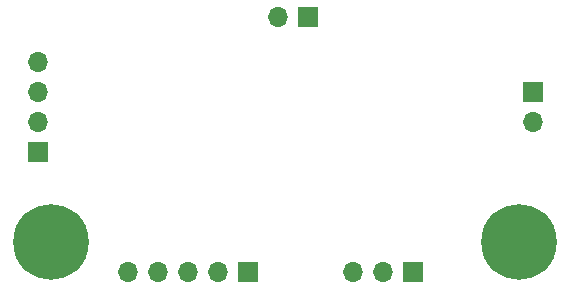
<source format=gbr>
%TF.GenerationSoftware,KiCad,Pcbnew,(5.1.9)-1*%
%TF.CreationDate,2021-03-27T14:28:14-04:00*%
%TF.ProjectId,DS2_Addon,4453325f-4164-4646-9f6e-2e6b69636164,rev?*%
%TF.SameCoordinates,Original*%
%TF.FileFunction,Soldermask,Bot*%
%TF.FilePolarity,Negative*%
%FSLAX46Y46*%
G04 Gerber Fmt 4.6, Leading zero omitted, Abs format (unit mm)*
G04 Created by KiCad (PCBNEW (5.1.9)-1) date 2021-03-27 14:28:14*
%MOMM*%
%LPD*%
G01*
G04 APERTURE LIST*
%ADD10C,6.400000*%
%ADD11R,1.700000X1.700000*%
%ADD12O,1.700000X1.700000*%
G04 APERTURE END LIST*
D10*
%TO.C,REF\u002A\u002A*%
X156313000Y-91440000D03*
%TD*%
%TO.C,REF\u002A\u002A*%
X116713000Y-91440000D03*
%TD*%
D11*
%TO.C,J1*%
X133350000Y-93980000D03*
D12*
X130810000Y-93980000D03*
X128270000Y-93980000D03*
X125730000Y-93980000D03*
X123190000Y-93980000D03*
%TD*%
D11*
%TO.C,J3*%
X147320000Y-93980000D03*
D12*
X144780000Y-93980000D03*
X142240000Y-93980000D03*
%TD*%
D11*
%TO.C,J2*%
X115570000Y-83820000D03*
D12*
X115570000Y-81280000D03*
X115570000Y-78740000D03*
X115570000Y-76200000D03*
%TD*%
D11*
%TO.C,J5*%
X157480000Y-78740000D03*
D12*
X157480000Y-81280000D03*
%TD*%
D11*
%TO.C,J4*%
X138430000Y-72390000D03*
D12*
X135890000Y-72390000D03*
%TD*%
M02*

</source>
